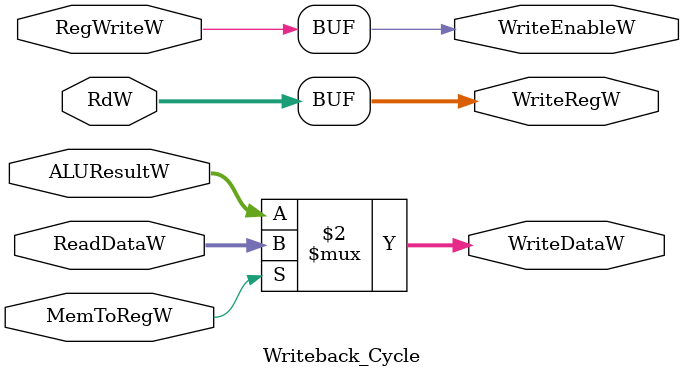
<source format=v>
module Writeback_Cycle (
    input  wire [31:0] ReadDataW,
    input  wire [31:0] ALUResultW,
    input  wire [4:0]  RdW,
    input  wire        RegWriteW,
    input  wire        MemToRegW,

    // Outputs to register file
    output wire [4:0]  WriteRegW,
    output wire        WriteEnableW,
    output wire [31:0] WriteDataW
);

    // Writeback mux
    assign WriteDataW = (MemToRegW == 1'b1) 
                        ? ReadDataW       // load instruction
                        : ALUResultW;     // ALU result

    // Pass-through destination register + write enable
    assign WriteRegW    = RdW;
    assign WriteEnableW = RegWriteW;

endmodule

</source>
